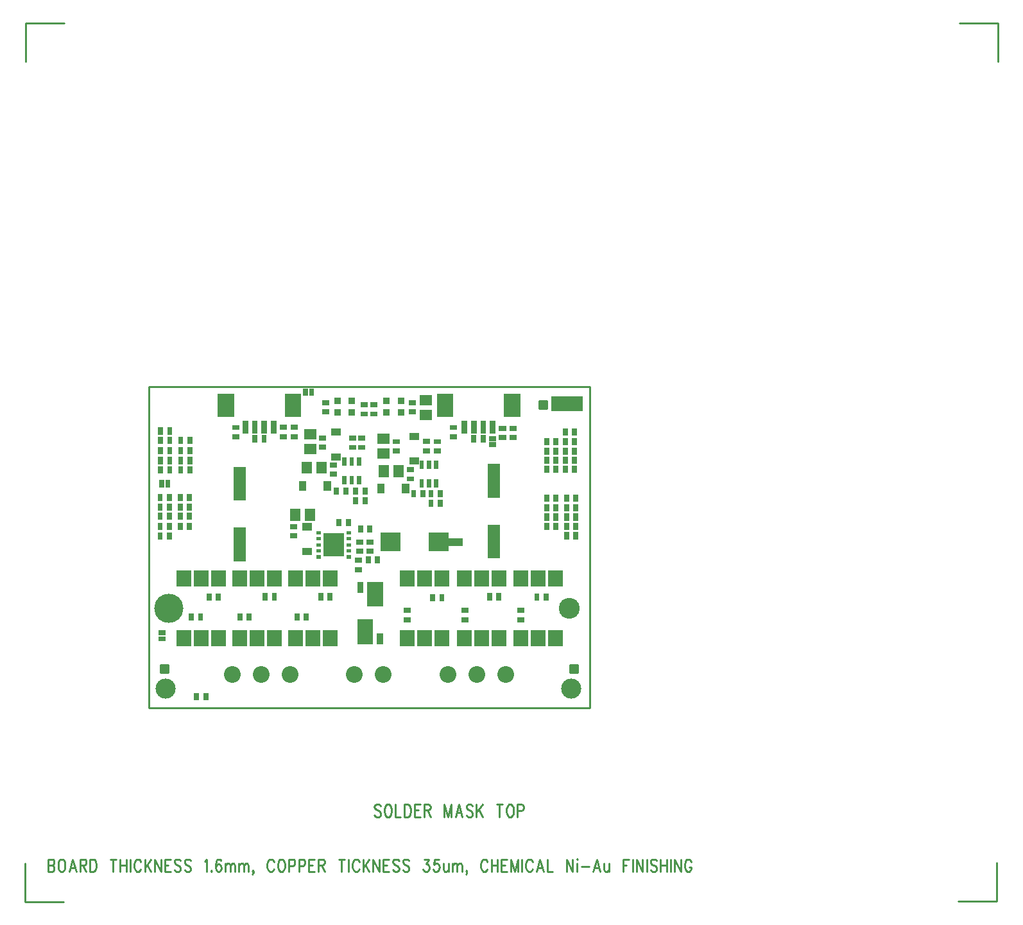
<source format=gbr>
*
*
G04 PADS Layout (Build Number 2007.21.1) generated Gerber (RS-274-X) file*
G04 PC Version=2.1*
*
%IN "2FOC-002.pcb"*%
*
%MOIN*%
*
%FSLAX35Y35*%
*
*
*
*
G04 PC Standard Apertures*
*
*
G04 Thermal Relief Aperture macro.*
%AMTER*
1,1,$1,0,0*
1,0,$1-$2,0,0*
21,0,$3,$4,0,0,45*
21,0,$3,$4,0,0,135*
%
*
*
G04 Annular Aperture macro.*
%AMANN*
1,1,$1,0,0*
1,0,$2,0,0*
%
*
*
G04 Odd Aperture macro.*
%AMODD*
1,1,$1,0,0*
1,0,$1-0.005,0,0*
%
*
*
G04 PC Custom Aperture Macros*
*
*
*
*
*
*
G04 PC Aperture Table*
*
%ADD010C,0.01*%
%ADD050R,0.026X0.026*%
%ADD054R,0.034X0.034*%
%ADD057R,0.062X0.062*%
%ADD060R,0.054X0.054*%
%ADD061R,0.077X0.077*%
%ADD062C,0.087*%
%ADD069R,0.078X0.078*%
%ADD070C,0.001*%
%ADD104R,0.02956X0.02956*%
%ADD105R,0.08468X0.08468*%
%ADD106R,0.03783X0.03783*%
%ADD107R,0.02287X0.02287*%
%ADD108R,0.01775X0.01775*%
%ADD109R,0.10436X0.10436*%
%ADD110R,0.09649X0.09649*%
%ADD111R,0.08192X0.08192*%
%ADD112R,0.03192X0.03192*%
%ADD113R,0.042X0.042*%
%ADD127C,0.10436*%
%ADD128C,0.15161*%
%ADD129C,0.1083*%
%ADD131C,0.042*%
*
*
*
*
G04 PC Circuitry*
G04 Layer Name 2FOC-002.pcb - circuitry*
%LPD*%
*
*
G04 PC Custom Flashes*
G04 Layer Name 2FOC-002.pcb - flashes*
%LPD*%
*
*
G04 PC Circuitry*
G04 Layer Name 2FOC-002.pcb - circuitry*
%LPD*%
*
G54D10*
G01X1931922Y1421727D02*
X1931467Y1422352D01*
X1930786Y1422665*
X1929877*
X1929195Y1422352*
X1928740Y1421727*
Y1421102*
X1928967Y1420477*
X1929195Y1420165*
X1929649Y1419852*
X1931013Y1419227*
X1931467Y1418915*
X1931695Y1418602*
X1931922Y1417977*
Y1417040*
X1931467Y1416415*
X1930786Y1416102*
X1929877*
X1929195Y1416415*
X1928740Y1417040*
X1935331Y1422665D02*
X1934877Y1422352D01*
X1934422Y1421727*
X1934195Y1421102*
X1933967Y1420165*
Y1418602*
X1934195Y1417665*
X1934422Y1417040*
X1934877Y1416415*
X1935331Y1416102*
X1936240*
X1936695Y1416415*
X1937149Y1417040*
X1937377Y1417665*
X1937604Y1418602*
Y1420165*
X1937377Y1421102*
X1937149Y1421727*
X1936695Y1422352*
X1936240Y1422665*
X1935331*
X1939649D02*
Y1416102D01*
X1942377*
X1944422Y1422665D02*
Y1416102D01*
Y1422665D02*
X1946013D01*
X1946695Y1422352*
X1947149Y1421727*
X1947377Y1421102*
X1947604Y1420165*
Y1418602*
X1947377Y1417665*
X1947149Y1417040*
X1946695Y1416415*
X1946013Y1416102*
X1944422*
X1949649Y1422665D02*
Y1416102D01*
Y1422665D02*
X1952604D01*
X1949649Y1419540D02*
X1951467D01*
X1949649Y1416102D02*
X1952604D01*
X1954649Y1422665D02*
Y1416102D01*
Y1422665D02*
X1956695D01*
X1957377Y1422352*
X1957604Y1422040*
X1957831Y1421415*
Y1420790*
X1957604Y1420165*
X1957377Y1419852*
X1956695Y1419540*
X1954649*
X1956240D02*
X1957831Y1416102D01*
X1965104Y1422665D02*
Y1416102D01*
Y1422665D02*
X1966922Y1416102D01*
X1968740Y1422665D02*
X1966922Y1416102D01*
X1968740Y1422665D02*
Y1416102D01*
X1972604Y1422665D02*
X1970786Y1416102D01*
X1972604Y1422665D02*
X1974422Y1416102D01*
X1971467Y1418290D02*
X1973740D01*
X1979649Y1421727D02*
X1979195Y1422352D01*
X1978513Y1422665*
X1977604*
X1976922Y1422352*
X1976467Y1421727*
Y1421102*
X1976695Y1420477*
X1976922Y1420165*
X1977377Y1419852*
X1978740Y1419227*
X1979195Y1418915*
X1979422Y1418602*
X1979649Y1417977*
Y1417040*
X1979195Y1416415*
X1978513Y1416102*
X1977604*
X1976922Y1416415*
X1976467Y1417040*
X1981695Y1422665D02*
Y1416102D01*
X1984877Y1422665D02*
X1981695Y1418290D01*
X1982831Y1419852D02*
X1984877Y1416102D01*
X1993740Y1422665D02*
Y1416102D01*
X1992149Y1422665D02*
X1995331D01*
X1998740D02*
X1998286Y1422352D01*
X1997831Y1421727*
X1997604Y1421102*
X1997377Y1420165*
Y1418602*
X1997604Y1417665*
X1997831Y1417040*
X1998286Y1416415*
X1998740Y1416102*
X1999649*
X2000104Y1416415*
X2000558Y1417040*
X2000786Y1417665*
X2001013Y1418602*
Y1420165*
X2000786Y1421102*
X2000558Y1421727*
X2000104Y1422352*
X1999649Y1422665*
X1998740*
X2003058D02*
Y1416102D01*
Y1422665D02*
X2005104D01*
X2005786Y1422352*
X2006013Y1422040*
X2006240Y1421415*
Y1420477*
X2006013Y1419852*
X2005786Y1419540*
X2005104Y1419227*
X2003058*
X1759252Y1394122D02*
Y1387559D01*
Y1394122D02*
X1761297D01*
X1761979Y1393809*
X1762207Y1393497*
X1762434Y1392872*
Y1392247*
X1762207Y1391622*
X1761979Y1391309*
X1761297Y1390997*
X1759252D02*
X1761297D01*
X1761979Y1390684*
X1762207Y1390372*
X1762434Y1389747*
Y1388809*
X1762207Y1388184*
X1761979Y1387872*
X1761297Y1387559*
X1759252*
X1765843Y1394122D02*
X1765388Y1393809D01*
X1764934Y1393184*
X1764707Y1392559*
X1764479Y1391622*
Y1390059*
X1764707Y1389122*
X1764934Y1388497*
X1765388Y1387872*
X1765843Y1387559*
X1766752*
X1767207Y1387872*
X1767661Y1388497*
X1767888Y1389122*
X1768116Y1390059*
Y1391622*
X1767888Y1392559*
X1767661Y1393184*
X1767207Y1393809*
X1766752Y1394122*
X1765843*
X1771979D02*
X1770161Y1387559D01*
X1771979Y1394122D02*
X1773797Y1387559D01*
X1770843Y1389747D02*
X1773116D01*
X1775843Y1394122D02*
Y1387559D01*
Y1394122D02*
X1777888D01*
X1778570Y1393809*
X1778797Y1393497*
X1779025Y1392872*
Y1392247*
X1778797Y1391622*
X1778570Y1391309*
X1777888Y1390997*
X1775843*
X1777434D02*
X1779025Y1387559D01*
X1781070Y1394122D02*
Y1387559D01*
Y1394122D02*
X1782661D01*
X1783343Y1393809*
X1783797Y1393184*
X1784025Y1392559*
X1784252Y1391622*
Y1390059*
X1784025Y1389122*
X1783797Y1388497*
X1783343Y1387872*
X1782661Y1387559*
X1781070*
X1793116Y1394122D02*
Y1387559D01*
X1791525Y1394122D02*
X1794707D01*
X1796752D02*
Y1387559D01*
X1799934Y1394122D02*
Y1387559D01*
X1796752Y1390997D02*
X1799934D01*
X1801979Y1394122D02*
Y1387559D01*
X1807434Y1392559D02*
X1807207Y1393184D01*
X1806752Y1393809*
X1806297Y1394122*
X1805388*
X1804934Y1393809*
X1804479Y1393184*
X1804252Y1392559*
X1804025Y1391622*
Y1390059*
X1804252Y1389122*
X1804479Y1388497*
X1804934Y1387872*
X1805388Y1387559*
X1806297*
X1806752Y1387872*
X1807207Y1388497*
X1807434Y1389122*
X1809479Y1394122D02*
Y1387559D01*
X1812661Y1394122D02*
X1809479Y1389747D01*
X1810616Y1391309D02*
X1812661Y1387559D01*
X1814707Y1394122D02*
Y1387559D01*
Y1394122D02*
X1817888Y1387559D01*
Y1394122D02*
Y1387559D01*
X1819934Y1394122D02*
Y1387559D01*
Y1394122D02*
X1822888D01*
X1819934Y1390997D02*
X1821752D01*
X1819934Y1387559D02*
X1822888D01*
X1828116Y1393184D02*
X1827661Y1393809D01*
X1826979Y1394122*
X1826070*
X1825388Y1393809*
X1824934Y1393184*
Y1392559*
X1825161Y1391934*
X1825388Y1391622*
X1825843Y1391309*
X1827207Y1390684*
X1827661Y1390372*
X1827888Y1390059*
X1828116Y1389434*
Y1388497*
X1827661Y1387872*
X1826979Y1387559*
X1826070*
X1825388Y1387872*
X1824934Y1388497*
X1833343Y1393184D02*
X1832888Y1393809D01*
X1832207Y1394122*
X1831297*
X1830616Y1393809*
X1830161Y1393184*
Y1392559*
X1830388Y1391934*
X1830616Y1391622*
X1831070Y1391309*
X1832434Y1390684*
X1832888Y1390372*
X1833116Y1390059*
X1833343Y1389434*
Y1388497*
X1832888Y1387872*
X1832207Y1387559*
X1831297*
X1830616Y1387872*
X1830161Y1388497*
X1840616Y1392872D02*
X1841070Y1393184D01*
X1841752Y1394122*
Y1387559*
X1844025Y1388184D02*
X1843797Y1387872D01*
X1844025Y1387559*
X1844252Y1387872*
X1844025Y1388184*
X1849025Y1393184D02*
X1848797Y1393809D01*
X1848116Y1394122*
X1847661*
X1846979Y1393809*
X1846525Y1392872*
X1846297Y1391309*
Y1389747*
X1846525Y1388497*
X1846979Y1387872*
X1847661Y1387559*
X1847888*
X1848570Y1387872*
X1849025Y1388497*
X1849252Y1389434*
Y1389747*
X1849025Y1390684*
X1848570Y1391309*
X1847888Y1391622*
X1847661*
X1846979Y1391309*
X1846525Y1390684*
X1846297Y1389747*
X1851297Y1391934D02*
Y1387559D01*
Y1390684D02*
X1851979Y1391622D01*
X1852434Y1391934*
X1853116*
X1853570Y1391622*
X1853797Y1390684*
Y1387559*
Y1390684D02*
X1854479Y1391622D01*
X1854934Y1391934*
X1855616*
X1856070Y1391622*
X1856297Y1390684*
Y1387559*
X1858343Y1391934D02*
Y1387559D01*
Y1390684D02*
X1859025Y1391622D01*
X1859479Y1391934*
X1860161*
X1860616Y1391622*
X1860843Y1390684*
Y1387559*
Y1390684D02*
X1861525Y1391622D01*
X1861979Y1391934*
X1862661*
X1863116Y1391622*
X1863343Y1390684*
Y1387559*
X1865843Y1387872D02*
X1865616Y1387559D01*
X1865388Y1387872*
X1865616Y1388184*
X1865843Y1387872*
Y1387247*
X1865616Y1386622*
X1865388Y1386309*
X1876525Y1392559D02*
X1876297Y1393184D01*
X1875843Y1393809*
X1875388Y1394122*
X1874479*
X1874025Y1393809*
X1873570Y1393184*
X1873343Y1392559*
X1873116Y1391622*
Y1390059*
X1873343Y1389122*
X1873570Y1388497*
X1874025Y1387872*
X1874479Y1387559*
X1875388*
X1875843Y1387872*
X1876297Y1388497*
X1876525Y1389122*
X1879934Y1394122D02*
X1879479Y1393809D01*
X1879025Y1393184*
X1878797Y1392559*
X1878570Y1391622*
Y1390059*
X1878797Y1389122*
X1879025Y1388497*
X1879479Y1387872*
X1879934Y1387559*
X1880843*
X1881297Y1387872*
X1881752Y1388497*
X1881979Y1389122*
X1882207Y1390059*
Y1391622*
X1881979Y1392559*
X1881752Y1393184*
X1881297Y1393809*
X1880843Y1394122*
X1879934*
X1884252D02*
Y1387559D01*
Y1394122D02*
X1886297D01*
X1886979Y1393809*
X1887207Y1393497*
X1887434Y1392872*
Y1391934*
X1887207Y1391309*
X1886979Y1390997*
X1886297Y1390684*
X1884252*
X1889479Y1394122D02*
Y1387559D01*
Y1394122D02*
X1891525D01*
X1892207Y1393809*
X1892434Y1393497*
X1892661Y1392872*
Y1391934*
X1892434Y1391309*
X1892207Y1390997*
X1891525Y1390684*
X1889479*
X1894707Y1394122D02*
Y1387559D01*
Y1394122D02*
X1897661D01*
X1894707Y1390997D02*
X1896525D01*
X1894707Y1387559D02*
X1897661D01*
X1899707Y1394122D02*
Y1387559D01*
Y1394122D02*
X1901752D01*
X1902434Y1393809*
X1902661Y1393497*
X1902888Y1392872*
Y1392247*
X1902661Y1391622*
X1902434Y1391309*
X1901752Y1390997*
X1899707*
X1901297D02*
X1902888Y1387559D01*
X1911752Y1394122D02*
Y1387559D01*
X1910161Y1394122D02*
X1913343D01*
X1915388D02*
Y1387559D01*
X1920843Y1392559D02*
X1920616Y1393184D01*
X1920161Y1393809*
X1919707Y1394122*
X1918797*
X1918343Y1393809*
X1917888Y1393184*
X1917661Y1392559*
X1917434Y1391622*
Y1390059*
X1917661Y1389122*
X1917888Y1388497*
X1918343Y1387872*
X1918797Y1387559*
X1919707*
X1920161Y1387872*
X1920616Y1388497*
X1920843Y1389122*
X1922888Y1394122D02*
Y1387559D01*
X1926070Y1394122D02*
X1922888Y1389747D01*
X1924025Y1391309D02*
X1926070Y1387559D01*
X1928116Y1394122D02*
Y1387559D01*
Y1394122D02*
X1931297Y1387559D01*
Y1394122D02*
Y1387559D01*
X1933343Y1394122D02*
Y1387559D01*
Y1394122D02*
X1936297D01*
X1933343Y1390997D02*
X1935161D01*
X1933343Y1387559D02*
X1936297D01*
X1941525Y1393184D02*
X1941070Y1393809D01*
X1940388Y1394122*
X1939479*
X1938797Y1393809*
X1938343Y1393184*
Y1392559*
X1938570Y1391934*
X1938797Y1391622*
X1939252Y1391309*
X1940616Y1390684*
X1941070Y1390372*
X1941297Y1390059*
X1941525Y1389434*
Y1388497*
X1941070Y1387872*
X1940388Y1387559*
X1939479*
X1938797Y1387872*
X1938343Y1388497*
X1946752Y1393184D02*
X1946297Y1393809D01*
X1945616Y1394122*
X1944707*
X1944025Y1393809*
X1943570Y1393184*
Y1392559*
X1943797Y1391934*
X1944025Y1391622*
X1944479Y1391309*
X1945843Y1390684*
X1946297Y1390372*
X1946525Y1390059*
X1946752Y1389434*
Y1388497*
X1946297Y1387872*
X1945616Y1387559*
X1944707*
X1944025Y1387872*
X1943570Y1388497*
X1954479Y1394122D02*
X1956979D01*
X1955616Y1391622*
X1956297*
X1956752Y1391309*
X1956979Y1390997*
X1957207Y1390059*
Y1389434*
X1956979Y1388497*
X1956525Y1387872*
X1955843Y1387559*
X1955161*
X1954479Y1387872*
X1954252Y1388184*
X1954025Y1388809*
X1962207Y1394122D02*
X1959934D01*
X1959707Y1391309*
X1959934Y1391622*
X1960616Y1391934*
X1961297*
X1961979Y1391622*
X1962434Y1390997*
X1962661Y1390059*
X1962434Y1389434*
X1962207Y1388497*
X1961752Y1387872*
X1961070Y1387559*
X1960388*
X1959707Y1387872*
X1959479Y1388184*
X1959252Y1388809*
X1964707Y1391934D02*
Y1388809D01*
X1964934Y1387872*
X1965388Y1387559*
X1966070*
X1966525Y1387872*
X1967207Y1388809*
Y1391934D02*
Y1387559D01*
X1969252Y1391934D02*
Y1387559D01*
Y1390684D02*
X1969934Y1391622D01*
X1970388Y1391934*
X1971070*
X1971525Y1391622*
X1971752Y1390684*
Y1387559*
Y1390684D02*
X1972434Y1391622D01*
X1972888Y1391934*
X1973570*
X1974025Y1391622*
X1974252Y1390684*
Y1387559*
X1976752Y1387872D02*
X1976525Y1387559D01*
X1976297Y1387872*
X1976525Y1388184*
X1976752Y1387872*
Y1387247*
X1976525Y1386622*
X1976297Y1386309*
X1987434Y1392559D02*
X1987207Y1393184D01*
X1986752Y1393809*
X1986297Y1394122*
X1985388*
X1984934Y1393809*
X1984479Y1393184*
X1984252Y1392559*
X1984025Y1391622*
Y1390059*
X1984252Y1389122*
X1984479Y1388497*
X1984934Y1387872*
X1985388Y1387559*
X1986297*
X1986752Y1387872*
X1987207Y1388497*
X1987434Y1389122*
X1989479Y1394122D02*
Y1387559D01*
X1992661Y1394122D02*
Y1387559D01*
X1989479Y1390997D02*
X1992661D01*
X1994707Y1394122D02*
Y1387559D01*
Y1394122D02*
X1997661D01*
X1994707Y1390997D02*
X1996525D01*
X1994707Y1387559D02*
X1997661D01*
X1999707Y1394122D02*
Y1387559D01*
Y1394122D02*
X2001525Y1387559D01*
X2003343Y1394122D02*
X2001525Y1387559D01*
X2003343Y1394122D02*
Y1387559D01*
X2005388Y1394122D02*
Y1387559D01*
X2010843Y1392559D02*
X2010616Y1393184D01*
X2010161Y1393809*
X2009707Y1394122*
X2008797*
X2008343Y1393809*
X2007888Y1393184*
X2007661Y1392559*
X2007434Y1391622*
Y1390059*
X2007661Y1389122*
X2007888Y1388497*
X2008343Y1387872*
X2008797Y1387559*
X2009707*
X2010161Y1387872*
X2010616Y1388497*
X2010843Y1389122*
X2014707Y1394122D02*
X2012888Y1387559D01*
X2014707Y1394122D02*
X2016525Y1387559D01*
X2013570Y1389747D02*
X2015843D01*
X2018570Y1394122D02*
Y1387559D01*
X2021297*
X2028570Y1394122D02*
Y1387559D01*
Y1394122D02*
X2031752Y1387559D01*
Y1394122D02*
Y1387559D01*
X2033797Y1394122D02*
X2034025Y1393809D01*
X2034252Y1394122*
X2034025Y1394434*
X2033797Y1394122*
X2034025Y1391934D02*
Y1387559D01*
X2036297Y1390372D02*
X2040388D01*
X2044252Y1394122D02*
X2042434Y1387559D01*
X2044252Y1394122D02*
X2046070Y1387559D01*
X2043116Y1389747D02*
X2045388D01*
X2048116Y1391934D02*
Y1388809D01*
X2048343Y1387872*
X2048797Y1387559*
X2049479*
X2049934Y1387872*
X2050616Y1388809*
Y1391934D02*
Y1387559D01*
X2057888Y1394122D02*
Y1387559D01*
Y1394122D02*
X2060843D01*
X2057888Y1390997D02*
X2059707D01*
X2062888Y1394122D02*
Y1387559D01*
X2064934Y1394122D02*
Y1387559D01*
Y1394122D02*
X2068116Y1387559D01*
Y1394122D02*
Y1387559D01*
X2070161Y1394122D02*
Y1387559D01*
X2075388Y1393184D02*
X2074934Y1393809D01*
X2074252Y1394122*
X2073343*
X2072661Y1393809*
X2072207Y1393184*
Y1392559*
X2072434Y1391934*
X2072661Y1391622*
X2073116Y1391309*
X2074479Y1390684*
X2074934Y1390372*
X2075161Y1390059*
X2075388Y1389434*
Y1388497*
X2074934Y1387872*
X2074252Y1387559*
X2073343*
X2072661Y1387872*
X2072207Y1388497*
X2077434Y1394122D02*
Y1387559D01*
X2080616Y1394122D02*
Y1387559D01*
X2077434Y1390997D02*
X2080616D01*
X2082661Y1394122D02*
Y1387559D01*
X2084707Y1394122D02*
Y1387559D01*
Y1394122D02*
X2087888Y1387559D01*
Y1394122D02*
Y1387559D01*
X2093343Y1392559D02*
X2093116Y1393184D01*
X2092661Y1393809*
X2092207Y1394122*
X2091297*
X2090843Y1393809*
X2090388Y1393184*
X2090161Y1392559*
X2089934Y1391622*
Y1390059*
X2090161Y1389122*
X2090388Y1388497*
X2090843Y1387872*
X2091297Y1387559*
X2092207*
X2092661Y1387872*
X2093116Y1388497*
X2093343Y1389122*
Y1390059*
X2092207D02*
X2093343D01*
X2014362Y1632095D02*
X2018362Y1632071D01*
Y1628098*
X2014362*
Y1632095*
X2030145Y1495039D02*
X2034145Y1495015D01*
Y1491042*
X2030145*
Y1495039*
X1817547Y1494842D02*
X1821547Y1494818D01*
Y1490845*
X1817547*
Y1494842*
X2014362Y1631697D02*
X2018362D01*
X2014362Y1630797D02*
X2018362D01*
X2014362Y1629897D02*
X2018362D01*
X2014362Y1628997D02*
X2018362D01*
X2030145Y1494641D02*
X2034145D01*
X2030145Y1493741D02*
X2034145D01*
X2030145Y1492841D02*
X2034145D01*
X2030145Y1491941D02*
X2034145D01*
X1817547Y1494444D02*
X1821547D01*
X1817547Y1493544D02*
X1821547D01*
X1817547Y1492644D02*
X1821547D01*
X1817547Y1491744D02*
X1821547D01*
X1811638Y1472618D02*
X2040748D01*
Y1639331*
X1811638*
Y1472618*
X1767520Y1828110D02*
X1747520D01*
Y1808110*
X1747441Y1391890D02*
Y1371890D01*
X1767441*
X2232087Y1372205D02*
X2252087D01*
Y1392205*
X2252559Y1808031D02*
Y1828031D01*
X2232559*
G54D50*
X1838424Y1519293D02*
Y1520393D01*
X1833624Y1519293D02*
Y1520393D01*
X2033306Y1561419D02*
Y1562519D01*
X2028506Y1561419D02*
Y1562519D01*
X1817482Y1562322D02*
Y1561222D01*
X1822282Y1562322D02*
Y1561222D01*
X2032715Y1615356D02*
Y1616456D01*
X2027915Y1615356D02*
Y1616456D01*
X1817482Y1582204D02*
Y1581104D01*
X1822282Y1582204D02*
Y1581104D01*
X1817482Y1577282D02*
Y1576182D01*
X1822282Y1577282D02*
Y1576182D01*
X1863620Y1519293D02*
Y1520393D01*
X1858820Y1519293D02*
Y1520393D01*
X1946361Y1523195D02*
X1945261D01*
X1946361Y1518395D02*
X1945261D01*
X1976361Y1523195D02*
X1975261D01*
X1976361Y1518395D02*
X1975261D01*
X2005361Y1523195D02*
X2004261D01*
X2005361Y1518395D02*
X2004261D01*
X1959017Y1530432D02*
Y1529332D01*
X1963817Y1530432D02*
Y1529332D01*
X1988545Y1530826D02*
Y1529726D01*
X1993345Y1530826D02*
Y1529726D01*
X2013151Y1530629D02*
Y1529529D01*
X2017951Y1530629D02*
Y1529529D01*
X1893345Y1519096D02*
Y1520196D01*
X1888545Y1519096D02*
Y1520196D01*
X1842876Y1530629D02*
Y1529529D01*
X1847676Y1530629D02*
Y1529529D01*
X1927125Y1558660D02*
X1926025D01*
X1927125Y1553860D02*
X1926025D01*
X1925553Y1549920D02*
Y1548820D01*
X1930353Y1549920D02*
Y1548820D01*
X1921022Y1549211D02*
X1919922D01*
X1921022Y1544411D02*
X1919922D01*
X1872009Y1530826D02*
Y1529726D01*
X1876809Y1530826D02*
Y1529726D01*
X1817482Y1572558D02*
Y1571458D01*
X1822282Y1572558D02*
Y1571458D01*
X1958131Y1584420D02*
Y1583320D01*
X1962931Y1584420D02*
Y1583320D01*
X1886525Y1613395D02*
X1887625D01*
X1886525Y1618195D02*
X1887625D01*
X1881025Y1613395D02*
X1882125D01*
X1881025Y1618195D02*
X1882125D01*
X1994726Y1612915D02*
X1995826D01*
X1994726Y1617715D02*
X1995826D01*
X1900946Y1530826D02*
Y1529726D01*
X1905746Y1530826D02*
Y1529726D01*
X2000237Y1612915D02*
X2001337D01*
X2000237Y1617715D02*
X2001337D01*
X1857243Y1618109D02*
X1856143D01*
X1857243Y1613309D02*
X1856143D01*
X1970235Y1618109D02*
X1969135D01*
X1970235Y1613309D02*
X1969135D01*
X1871475Y1611745D02*
Y1612845D01*
X1866675Y1611745D02*
Y1612845D01*
X1985211Y1611745D02*
Y1612845D01*
X1980411Y1611745D02*
Y1612845D01*
X1953931Y1583320D02*
Y1584420D01*
X1949131Y1583320D02*
Y1584420D01*
X1919033Y1585814D02*
Y1584714D01*
X1923833Y1585814D02*
Y1584714D01*
X1913833D02*
Y1585814D01*
X1909033Y1584714D02*
Y1585814D01*
X1817482Y1567440D02*
Y1566340D01*
X1822282Y1567440D02*
Y1566340D01*
X1919033Y1580814D02*
Y1579714D01*
X1923833Y1580814D02*
Y1579714D01*
X1927993Y1625120D02*
X1929093D01*
X1927993Y1629920D02*
X1929093D01*
X1949070Y1630994D02*
X1947970D01*
X1949070Y1626194D02*
X1947970D01*
X1902970D02*
X1904070D01*
X1902970Y1630994D02*
X1904070D01*
X1923975Y1629920D02*
X1922875D01*
X1923975Y1625120D02*
X1922875D01*
X1822479Y1610828D02*
Y1611928D01*
X1817679Y1610828D02*
Y1611928D01*
X1822479Y1605710D02*
Y1606810D01*
X1817679Y1605710D02*
Y1606810D01*
X1822479Y1600395D02*
Y1601495D01*
X1817679Y1600395D02*
Y1601495D01*
X1958131Y1579420D02*
Y1578320D01*
X1962931Y1579420D02*
Y1578320D01*
X1822479Y1595474D02*
Y1596574D01*
X1817679Y1595474D02*
Y1596574D01*
Y1616849D02*
Y1615749D01*
X1822479Y1616849D02*
Y1615749D01*
X2028506Y1567440D02*
Y1566340D01*
X2033306Y1567440D02*
Y1566340D01*
X2028506Y1572164D02*
Y1571064D01*
X2033306Y1572164D02*
Y1571064D01*
X2028506Y1576889D02*
Y1575789D01*
X2033306Y1576889D02*
Y1575789D01*
X2027915Y1596967D02*
Y1595867D01*
X2032715Y1596967D02*
Y1595867D01*
X2028506Y1582007D02*
Y1580907D01*
X2033306Y1582007D02*
Y1580907D01*
X2027915Y1601692D02*
Y1600592D01*
X2032715Y1601692D02*
Y1600592D01*
X2027915Y1606416D02*
Y1605316D01*
X2032715Y1606416D02*
Y1605316D01*
X2027915Y1611337D02*
Y1610237D01*
X2032715Y1611337D02*
Y1610237D01*
X1841180Y1477954D02*
Y1479054D01*
X1836380Y1477954D02*
Y1479054D01*
X1948081Y1596270D02*
X1946981D01*
X1948081Y1591470D02*
X1946981D01*
X1962081Y1610770D02*
X1960981D01*
X1962081Y1605970D02*
X1960981D01*
X1940581Y1610770D02*
X1939481D01*
X1940581Y1605970D02*
X1939481D01*
X1917873Y1612597D02*
X1916773D01*
X1917873Y1607797D02*
X1916773D01*
X1907983Y1598664D02*
X1906883D01*
X1907983Y1593864D02*
X1906883D01*
X1902483Y1612664D02*
X1901383D01*
X1902483Y1607864D02*
X1901383D01*
X1910391Y1569353D02*
Y1568253D01*
X1915191Y1569353D02*
Y1568253D01*
X1921810Y1558660D02*
X1920710D01*
X1921810Y1553860D02*
X1920710D01*
X1887341Y1566703D02*
X1886241D01*
X1887341Y1561903D02*
X1886241D01*
X1832715Y1571458D02*
Y1572558D01*
X1827915Y1571458D02*
Y1572558D01*
X1832715Y1576182D02*
Y1577282D01*
X1827915Y1576182D02*
Y1577282D01*
X1832715Y1581104D02*
Y1582204D01*
X1827915Y1581104D02*
Y1582204D01*
X1832715Y1566340D02*
Y1567440D01*
X1827915Y1566340D02*
Y1567440D01*
X1832912Y1610828D02*
Y1611928D01*
X1828112Y1610828D02*
Y1611928D01*
X1832912Y1605710D02*
Y1606810D01*
X1828112Y1605710D02*
Y1606810D01*
X1832912Y1600395D02*
Y1601495D01*
X1828112Y1600395D02*
Y1601495D01*
X1832912Y1595474D02*
Y1596574D01*
X1828112Y1595474D02*
Y1596574D01*
X1921616Y1566062D02*
Y1564962D01*
X1926416Y1566062D02*
Y1564962D01*
X1922597Y1612597D02*
X1921497D01*
X1922597Y1607797D02*
X1921497D01*
X2018269Y1567440D02*
Y1566340D01*
X2023069Y1567440D02*
Y1566340D01*
X2018269Y1572164D02*
Y1571064D01*
X2023069Y1572164D02*
Y1571064D01*
X2018269Y1576889D02*
Y1575789D01*
X2023069Y1576889D02*
Y1575789D01*
X2018269Y1582007D02*
Y1580907D01*
X2023069Y1582007D02*
Y1580907D01*
X2018269Y1606416D02*
Y1605316D01*
X2023069Y1606416D02*
Y1605316D01*
X2018269Y1601692D02*
Y1600592D01*
X2023069Y1601692D02*
Y1600592D01*
X2018269Y1596967D02*
Y1595867D01*
X2023069Y1596967D02*
Y1595867D01*
X2018269Y1611337D02*
Y1610237D01*
X2023069Y1611337D02*
Y1610237D01*
X1956479Y1610845D02*
X1955379D01*
X1956479Y1606045D02*
X1955379D01*
X1892937Y1636948D02*
Y1635848D01*
X1896087Y1636948D02*
Y1635848D01*
X1990731Y1612382D02*
X1989631D01*
X1990731Y1609232D02*
X1989631D01*
X1818331Y1589507D02*
Y1588407D01*
X1821480Y1589507D02*
Y1588407D01*
X1819054Y1511575D02*
X1817954D01*
X1819054Y1508425D02*
X1817954D01*
G54D54*
X1942520Y1632094D03*
Y1626094D03*
X1935020Y1632094D03*
Y1626094D03*
X1917020Y1632094D03*
Y1626094D03*
X1909520Y1632044D03*
Y1626044D03*
G54D57*
X1858858Y1594598D02*
Y1583276D01*
Y1563102D02*
Y1551780D01*
X1990748Y1596173D02*
Y1584850D01*
Y1564677D02*
Y1553354D01*
G54D60*
X1887735Y1573195D02*
Y1572395D01*
X1895335Y1573195D02*
Y1572395D01*
X1941331Y1594970D02*
Y1595770D01*
X1933731Y1594970D02*
Y1595770D01*
X1901233Y1596864D02*
Y1597664D01*
X1893633Y1596864D02*
Y1597664D01*
X1933931Y1612170D02*
X1933131D01*
X1933931Y1604570D02*
X1933131D01*
X1895833Y1614564D02*
X1895033D01*
X1895833Y1606964D02*
X1895033D01*
X1955935Y1632324D02*
X1955135D01*
X1955935Y1624724D02*
X1955135D01*
G54D61*
X1829811Y1508345D02*
Y1509245D01*
X1838811Y1508345D02*
Y1509245D01*
X1847811Y1508345D02*
Y1509245D01*
X1858811Y1508345D02*
Y1509245D01*
X1867811Y1508345D02*
Y1509245D01*
X1876811Y1508345D02*
Y1509245D01*
X1887811Y1508345D02*
Y1509245D01*
X1896811Y1508345D02*
Y1509245D01*
X1905811Y1508345D02*
Y1509245D01*
X1847811Y1540245D02*
Y1539345D01*
X1838811Y1540245D02*
Y1539345D01*
X1829811Y1540245D02*
Y1539345D01*
X1876811Y1540245D02*
Y1539345D01*
X1867811Y1540245D02*
Y1539345D01*
X1858811Y1540245D02*
Y1539345D01*
X1905811Y1540245D02*
Y1539345D01*
X1896811Y1540245D02*
Y1539345D01*
X1887811Y1540245D02*
Y1539345D01*
X1945811Y1508345D02*
Y1509245D01*
X1954811Y1508345D02*
Y1509245D01*
X1963811Y1508345D02*
Y1509245D01*
X1975311Y1508345D02*
Y1509245D01*
X1984311Y1508345D02*
Y1509245D01*
X1993311Y1508345D02*
Y1509245D01*
X2004811Y1508345D02*
Y1509245D01*
X2013811Y1508345D02*
Y1509245D01*
X2022811Y1508345D02*
Y1509245D01*
X1963811Y1540245D02*
Y1539345D01*
X1954811Y1540245D02*
Y1539345D01*
X1945811Y1540245D02*
Y1539345D01*
X1993311Y1540245D02*
Y1539345D01*
X1984311Y1540245D02*
Y1539345D01*
X1975311Y1540245D02*
Y1539345D01*
X2022811Y1540245D02*
Y1539345D01*
X2013811Y1540245D02*
Y1539345D01*
X2004811Y1540245D02*
Y1539345D01*
G54D62*
X1918311Y1489795D03*
X1933311D03*
X1854811D03*
X1869811D03*
X1884811D03*
X1966811D03*
X1981811D03*
X1996811D03*
G54D69*
X2024540Y1630472D02*
X2032940D01*
G54D70*
G54D104*
X1876457Y1620067D02*
Y1616524D01*
X1871535Y1620067D02*
Y1616524D01*
X1866614Y1620067D02*
Y1616524D01*
X1861693Y1620067D02*
Y1616524D01*
X1990193Y1620067D02*
Y1616524D01*
X1985272Y1620067D02*
Y1616524D01*
X1980350Y1620067D02*
Y1616524D01*
X1975429Y1620067D02*
Y1616524D01*
G54D105*
X1886496Y1631484D02*
Y1627941D01*
X1851654Y1631484D02*
Y1627941D01*
X2000232Y1631484D02*
Y1627941D01*
X1965390Y1631484D02*
Y1627941D01*
G54D106*
X1932031Y1585760D02*
Y1586980D01*
X1944906Y1585760D02*
Y1586980D01*
X1948823Y1613563D02*
X1950043D01*
X1948823Y1600689D02*
X1950043D01*
X1908323Y1615764D02*
X1909543D01*
X1908323Y1602890D02*
X1909543D01*
X1891433Y1587154D02*
Y1588374D01*
X1904307Y1587154D02*
Y1588374D01*
X1894402Y1553803D02*
X1893181D01*
X1894402Y1566677D02*
X1893181D01*
G54D107*
X1953291Y1588024D02*
Y1590071D01*
X1957031Y1588024D02*
Y1590071D01*
X1960772Y1588024D02*
Y1590071D01*
Y1597669D02*
Y1599717D01*
X1957031Y1597669D02*
Y1599717D01*
X1953291Y1597669D02*
Y1599717D01*
X1913193Y1589917D02*
Y1591965D01*
X1916933Y1589917D02*
Y1591965D01*
X1920673Y1589917D02*
Y1591965D01*
Y1599563D02*
Y1601610D01*
X1916933Y1599563D02*
Y1601610D01*
X1913193Y1599563D02*
Y1601610D01*
G54D108*
X1899352Y1563506D02*
X1900140D01*
X1899352Y1560356D02*
X1900140D01*
X1899352Y1557206D02*
X1900140D01*
X1899352Y1554057D02*
X1900140D01*
X1899352Y1550907D02*
X1900140D01*
X1915100D02*
X1915888D01*
X1915100Y1554057D02*
X1915888D01*
X1915100Y1557206D02*
X1915888D01*
X1915100Y1560356D02*
X1915888D01*
X1915100Y1563506D02*
X1915888D01*
G54D109*
X1907620Y1557994D02*
Y1556419D01*
G54D110*
X1936614Y1558819D02*
X1937402D01*
X1961811D02*
X1962598D01*
G54D111*
X1923906Y1509846D02*
Y1514374D01*
X1929110Y1529244D02*
Y1533772D01*
G54D112*
X1931602Y1507327D02*
Y1509846D01*
X1921409Y1533768D02*
Y1536287D01*
G54D113*
X1968744Y1558622D03*
X1972595D03*
G54D127*
X1820299Y1482461D03*
X2030929D03*
G54D128*
X1821811Y1524295D03*
G54D129*
X2029811D03*
G54D131*
X2016362Y1630098D03*
X2032145Y1493042D03*
X1819547Y1492845D03*
X0Y0D02*
M02*

</source>
